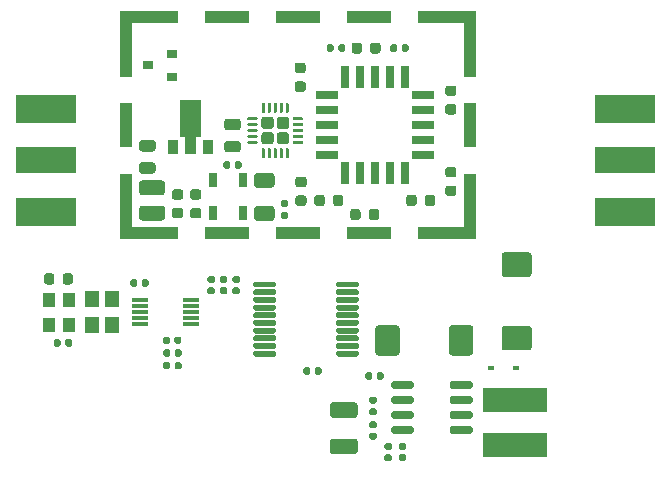
<source format=gbr>
%TF.GenerationSoftware,KiCad,Pcbnew,(5.1.6-0-10_14)*%
%TF.CreationDate,2021-02-23T09:24:48-06:00*%
%TF.ProjectId,MBFrontEnd,4d424672-6f6e-4744-956e-642e6b696361,rev?*%
%TF.SameCoordinates,Original*%
%TF.FileFunction,Paste,Top*%
%TF.FilePolarity,Positive*%
%FSLAX46Y46*%
G04 Gerber Fmt 4.6, Leading zero omitted, Abs format (unit mm)*
G04 Created by KiCad (PCBNEW (5.1.6-0-10_14)) date 2021-02-23 09:24:48*
%MOMM*%
%LPD*%
G01*
G04 APERTURE LIST*
%ADD10R,1.000000X4.550000*%
%ADD11R,1.000000X3.800000*%
%ADD12R,3.980000X1.000000*%
%ADD13R,3.800000X1.000000*%
%ADD14R,1.000000X1.000000*%
%ADD15R,0.762000X1.270000*%
%ADD16R,0.600000X0.450000*%
%ADD17R,0.700000X1.925000*%
%ADD18R,1.925000X0.700000*%
%ADD19R,1.400000X0.300000*%
%ADD20R,5.080000X2.290000*%
%ADD21R,5.080000X2.420000*%
%ADD22R,1.200000X1.400000*%
%ADD23R,5.511800X2.159000*%
%ADD24R,0.900000X0.800000*%
%ADD25R,0.900000X1.300000*%
%ADD26C,0.100000*%
%ADD27R,1.100000X1.300000*%
G04 APERTURE END LIST*
D10*
%TO.C,REF\u002A\u002A*%
X93910000Y-125415000D03*
X64750000Y-125415000D03*
D11*
X93910000Y-119040000D03*
X64750000Y-119040000D03*
D10*
X93910000Y-112665000D03*
X64750000Y-112665000D03*
D12*
X91420000Y-128190000D03*
X91420000Y-109890000D03*
D13*
X85330000Y-128190000D03*
X85330000Y-109890000D03*
X79330000Y-128190000D03*
X79330000Y-109890000D03*
X73330000Y-128190000D03*
X73330000Y-109890000D03*
D12*
X67240000Y-128190000D03*
X67240000Y-109890000D03*
D14*
X64750000Y-128190000D03*
X93910000Y-128190000D03*
X93910000Y-109890000D03*
X64750000Y-109890000D03*
%TD*%
D15*
%TO.C,L2*%
X72120000Y-126497000D03*
X74660000Y-126497000D03*
X74660000Y-123703000D03*
X72120000Y-123703000D03*
%TD*%
D16*
%TO.C,D2*%
X95700000Y-139600000D03*
X97800000Y-139600000D03*
%TD*%
%TO.C,R8*%
G36*
G01*
X85497500Y-144110000D02*
X85842500Y-144110000D01*
G75*
G02*
X85990000Y-144257500I0J-147500D01*
G01*
X85990000Y-144552500D01*
G75*
G02*
X85842500Y-144700000I-147500J0D01*
G01*
X85497500Y-144700000D01*
G75*
G02*
X85350000Y-144552500I0J147500D01*
G01*
X85350000Y-144257500D01*
G75*
G02*
X85497500Y-144110000I147500J0D01*
G01*
G37*
G36*
G01*
X85497500Y-145080000D02*
X85842500Y-145080000D01*
G75*
G02*
X85990000Y-145227500I0J-147500D01*
G01*
X85990000Y-145522500D01*
G75*
G02*
X85842500Y-145670000I-147500J0D01*
G01*
X85497500Y-145670000D01*
G75*
G02*
X85350000Y-145522500I0J147500D01*
G01*
X85350000Y-145227500D01*
G75*
G02*
X85497500Y-145080000I147500J0D01*
G01*
G37*
%TD*%
%TO.C,R7*%
G36*
G01*
X85832500Y-142610000D02*
X85487500Y-142610000D01*
G75*
G02*
X85340000Y-142462500I0J147500D01*
G01*
X85340000Y-142167500D01*
G75*
G02*
X85487500Y-142020000I147500J0D01*
G01*
X85832500Y-142020000D01*
G75*
G02*
X85980000Y-142167500I0J-147500D01*
G01*
X85980000Y-142462500D01*
G75*
G02*
X85832500Y-142610000I-147500J0D01*
G01*
G37*
G36*
G01*
X85832500Y-143580000D02*
X85487500Y-143580000D01*
G75*
G02*
X85340000Y-143432500I0J147500D01*
G01*
X85340000Y-143137500D01*
G75*
G02*
X85487500Y-142990000I147500J0D01*
G01*
X85832500Y-142990000D01*
G75*
G02*
X85980000Y-143137500I0J-147500D01*
G01*
X85980000Y-143432500D01*
G75*
G02*
X85832500Y-143580000I-147500J0D01*
G01*
G37*
%TD*%
%TO.C,R6*%
G36*
G01*
X85020000Y-140432500D02*
X85020000Y-140087500D01*
G75*
G02*
X85167500Y-139940000I147500J0D01*
G01*
X85462500Y-139940000D01*
G75*
G02*
X85610000Y-140087500I0J-147500D01*
G01*
X85610000Y-140432500D01*
G75*
G02*
X85462500Y-140580000I-147500J0D01*
G01*
X85167500Y-140580000D01*
G75*
G02*
X85020000Y-140432500I0J147500D01*
G01*
G37*
G36*
G01*
X85990000Y-140432500D02*
X85990000Y-140087500D01*
G75*
G02*
X86137500Y-139940000I147500J0D01*
G01*
X86432500Y-139940000D01*
G75*
G02*
X86580000Y-140087500I0J-147500D01*
G01*
X86580000Y-140432500D01*
G75*
G02*
X86432500Y-140580000I-147500J0D01*
G01*
X86137500Y-140580000D01*
G75*
G02*
X85990000Y-140432500I0J147500D01*
G01*
G37*
%TD*%
D17*
%TO.C,U3*%
X85860000Y-114927500D03*
X84590000Y-114927500D03*
X83320000Y-114927500D03*
X87130000Y-114927500D03*
X88400000Y-114927500D03*
D18*
X81807500Y-116440000D03*
X81807500Y-117710000D03*
X81807500Y-118980000D03*
X81807500Y-120250000D03*
X81807500Y-121520000D03*
D17*
X83320000Y-123032500D03*
X84590000Y-123032500D03*
X85860000Y-123032500D03*
X87130000Y-123032500D03*
X88400000Y-123032500D03*
D18*
X89912500Y-121520000D03*
X89912500Y-120250000D03*
X89912500Y-118980000D03*
X89912500Y-117710000D03*
X89912500Y-116440000D03*
%TD*%
D19*
%TO.C,U4*%
X65900000Y-133840000D03*
X65900000Y-134340000D03*
X65900000Y-134840000D03*
X65900000Y-135340000D03*
X65900000Y-135840000D03*
X70300000Y-135840000D03*
X70300000Y-135340000D03*
X70300000Y-134840000D03*
X70300000Y-134340000D03*
X70300000Y-133840000D03*
%TD*%
%TO.C,C8*%
G36*
G01*
X83320000Y-112327500D02*
X83320000Y-112672500D01*
G75*
G02*
X83172500Y-112820000I-147500J0D01*
G01*
X82877500Y-112820000D01*
G75*
G02*
X82730000Y-112672500I0J147500D01*
G01*
X82730000Y-112327500D01*
G75*
G02*
X82877500Y-112180000I147500J0D01*
G01*
X83172500Y-112180000D01*
G75*
G02*
X83320000Y-112327500I0J-147500D01*
G01*
G37*
G36*
G01*
X82350000Y-112327500D02*
X82350000Y-112672500D01*
G75*
G02*
X82202500Y-112820000I-147500J0D01*
G01*
X81907500Y-112820000D01*
G75*
G02*
X81760000Y-112672500I0J147500D01*
G01*
X81760000Y-112327500D01*
G75*
G02*
X81907500Y-112180000I147500J0D01*
G01*
X82202500Y-112180000D01*
G75*
G02*
X82350000Y-112327500I0J-147500D01*
G01*
G37*
%TD*%
%TO.C,C9*%
G36*
G01*
X88680000Y-112327500D02*
X88680000Y-112672500D01*
G75*
G02*
X88532500Y-112820000I-147500J0D01*
G01*
X88237500Y-112820000D01*
G75*
G02*
X88090000Y-112672500I0J147500D01*
G01*
X88090000Y-112327500D01*
G75*
G02*
X88237500Y-112180000I147500J0D01*
G01*
X88532500Y-112180000D01*
G75*
G02*
X88680000Y-112327500I0J-147500D01*
G01*
G37*
G36*
G01*
X87710000Y-112327500D02*
X87710000Y-112672500D01*
G75*
G02*
X87562500Y-112820000I-147500J0D01*
G01*
X87267500Y-112820000D01*
G75*
G02*
X87120000Y-112672500I0J147500D01*
G01*
X87120000Y-112327500D01*
G75*
G02*
X87267500Y-112180000I147500J0D01*
G01*
X87562500Y-112180000D01*
G75*
G02*
X87710000Y-112327500I0J-147500D01*
G01*
G37*
%TD*%
D20*
%TO.C,J1*%
X57980000Y-122000000D03*
D21*
X57980000Y-117620000D03*
X57980000Y-126380000D03*
%TD*%
%TO.C,J2*%
X106970000Y-117620000D03*
X106970000Y-126380000D03*
D20*
X106970000Y-122000000D03*
%TD*%
%TO.C,U6*%
G36*
G01*
X87200000Y-141175000D02*
X87200000Y-140875000D01*
G75*
G02*
X87350000Y-140725000I150000J0D01*
G01*
X89000000Y-140725000D01*
G75*
G02*
X89150000Y-140875000I0J-150000D01*
G01*
X89150000Y-141175000D01*
G75*
G02*
X89000000Y-141325000I-150000J0D01*
G01*
X87350000Y-141325000D01*
G75*
G02*
X87200000Y-141175000I0J150000D01*
G01*
G37*
G36*
G01*
X87200000Y-142445000D02*
X87200000Y-142145000D01*
G75*
G02*
X87350000Y-141995000I150000J0D01*
G01*
X89000000Y-141995000D01*
G75*
G02*
X89150000Y-142145000I0J-150000D01*
G01*
X89150000Y-142445000D01*
G75*
G02*
X89000000Y-142595000I-150000J0D01*
G01*
X87350000Y-142595000D01*
G75*
G02*
X87200000Y-142445000I0J150000D01*
G01*
G37*
G36*
G01*
X87200000Y-143715000D02*
X87200000Y-143415000D01*
G75*
G02*
X87350000Y-143265000I150000J0D01*
G01*
X89000000Y-143265000D01*
G75*
G02*
X89150000Y-143415000I0J-150000D01*
G01*
X89150000Y-143715000D01*
G75*
G02*
X89000000Y-143865000I-150000J0D01*
G01*
X87350000Y-143865000D01*
G75*
G02*
X87200000Y-143715000I0J150000D01*
G01*
G37*
G36*
G01*
X87200000Y-144985000D02*
X87200000Y-144685000D01*
G75*
G02*
X87350000Y-144535000I150000J0D01*
G01*
X89000000Y-144535000D01*
G75*
G02*
X89150000Y-144685000I0J-150000D01*
G01*
X89150000Y-144985000D01*
G75*
G02*
X89000000Y-145135000I-150000J0D01*
G01*
X87350000Y-145135000D01*
G75*
G02*
X87200000Y-144985000I0J150000D01*
G01*
G37*
G36*
G01*
X92150000Y-144985000D02*
X92150000Y-144685000D01*
G75*
G02*
X92300000Y-144535000I150000J0D01*
G01*
X93950000Y-144535000D01*
G75*
G02*
X94100000Y-144685000I0J-150000D01*
G01*
X94100000Y-144985000D01*
G75*
G02*
X93950000Y-145135000I-150000J0D01*
G01*
X92300000Y-145135000D01*
G75*
G02*
X92150000Y-144985000I0J150000D01*
G01*
G37*
G36*
G01*
X92150000Y-143715000D02*
X92150000Y-143415000D01*
G75*
G02*
X92300000Y-143265000I150000J0D01*
G01*
X93950000Y-143265000D01*
G75*
G02*
X94100000Y-143415000I0J-150000D01*
G01*
X94100000Y-143715000D01*
G75*
G02*
X93950000Y-143865000I-150000J0D01*
G01*
X92300000Y-143865000D01*
G75*
G02*
X92150000Y-143715000I0J150000D01*
G01*
G37*
G36*
G01*
X92150000Y-142445000D02*
X92150000Y-142145000D01*
G75*
G02*
X92300000Y-141995000I150000J0D01*
G01*
X93950000Y-141995000D01*
G75*
G02*
X94100000Y-142145000I0J-150000D01*
G01*
X94100000Y-142445000D01*
G75*
G02*
X93950000Y-142595000I-150000J0D01*
G01*
X92300000Y-142595000D01*
G75*
G02*
X92150000Y-142445000I0J150000D01*
G01*
G37*
G36*
G01*
X92150000Y-141175000D02*
X92150000Y-140875000D01*
G75*
G02*
X92300000Y-140725000I150000J0D01*
G01*
X93950000Y-140725000D01*
G75*
G02*
X94100000Y-140875000I0J-150000D01*
G01*
X94100000Y-141175000D01*
G75*
G02*
X93950000Y-141325000I-150000J0D01*
G01*
X92300000Y-141325000D01*
G75*
G02*
X92150000Y-141175000I0J150000D01*
G01*
G37*
%TD*%
%TO.C,C14*%
G36*
G01*
X66080000Y-132562500D02*
X66080000Y-132217500D01*
G75*
G02*
X66227500Y-132070000I147500J0D01*
G01*
X66522500Y-132070000D01*
G75*
G02*
X66670000Y-132217500I0J-147500D01*
G01*
X66670000Y-132562500D01*
G75*
G02*
X66522500Y-132710000I-147500J0D01*
G01*
X66227500Y-132710000D01*
G75*
G02*
X66080000Y-132562500I0J147500D01*
G01*
G37*
G36*
G01*
X65110000Y-132562500D02*
X65110000Y-132217500D01*
G75*
G02*
X65257500Y-132070000I147500J0D01*
G01*
X65552500Y-132070000D01*
G75*
G02*
X65700000Y-132217500I0J-147500D01*
G01*
X65700000Y-132562500D01*
G75*
G02*
X65552500Y-132710000I-147500J0D01*
G01*
X65257500Y-132710000D01*
G75*
G02*
X65110000Y-132562500I0J147500D01*
G01*
G37*
%TD*%
%TO.C,C15*%
G36*
G01*
X67890000Y-137412500D02*
X67890000Y-137067500D01*
G75*
G02*
X68037500Y-136920000I147500J0D01*
G01*
X68332500Y-136920000D01*
G75*
G02*
X68480000Y-137067500I0J-147500D01*
G01*
X68480000Y-137412500D01*
G75*
G02*
X68332500Y-137560000I-147500J0D01*
G01*
X68037500Y-137560000D01*
G75*
G02*
X67890000Y-137412500I0J147500D01*
G01*
G37*
G36*
G01*
X68860000Y-137412500D02*
X68860000Y-137067500D01*
G75*
G02*
X69007500Y-136920000I147500J0D01*
G01*
X69302500Y-136920000D01*
G75*
G02*
X69450000Y-137067500I0J-147500D01*
G01*
X69450000Y-137412500D01*
G75*
G02*
X69302500Y-137560000I-147500J0D01*
G01*
X69007500Y-137560000D01*
G75*
G02*
X68860000Y-137412500I0J147500D01*
G01*
G37*
%TD*%
%TO.C,C17*%
G36*
G01*
X82274999Y-142480000D02*
X84125001Y-142480000D01*
G75*
G02*
X84375000Y-142729999I0J-249999D01*
G01*
X84375000Y-143555001D01*
G75*
G02*
X84125001Y-143805000I-249999J0D01*
G01*
X82274999Y-143805000D01*
G75*
G02*
X82025000Y-143555001I0J249999D01*
G01*
X82025000Y-142729999D01*
G75*
G02*
X82274999Y-142480000I249999J0D01*
G01*
G37*
G36*
G01*
X82274999Y-145555000D02*
X84125001Y-145555000D01*
G75*
G02*
X84375000Y-145804999I0J-249999D01*
G01*
X84375000Y-146630001D01*
G75*
G02*
X84125001Y-146880000I-249999J0D01*
G01*
X82274999Y-146880000D01*
G75*
G02*
X82025000Y-146630001I0J249999D01*
G01*
X82025000Y-145804999D01*
G75*
G02*
X82274999Y-145555000I249999J0D01*
G01*
G37*
%TD*%
%TO.C,R4*%
G36*
G01*
X68870000Y-138492500D02*
X68870000Y-138147500D01*
G75*
G02*
X69017500Y-138000000I147500J0D01*
G01*
X69312500Y-138000000D01*
G75*
G02*
X69460000Y-138147500I0J-147500D01*
G01*
X69460000Y-138492500D01*
G75*
G02*
X69312500Y-138640000I-147500J0D01*
G01*
X69017500Y-138640000D01*
G75*
G02*
X68870000Y-138492500I0J147500D01*
G01*
G37*
G36*
G01*
X67900000Y-138492500D02*
X67900000Y-138147500D01*
G75*
G02*
X68047500Y-138000000I147500J0D01*
G01*
X68342500Y-138000000D01*
G75*
G02*
X68490000Y-138147500I0J-147500D01*
G01*
X68490000Y-138492500D01*
G75*
G02*
X68342500Y-138640000I-147500J0D01*
G01*
X68047500Y-138640000D01*
G75*
G02*
X67900000Y-138492500I0J147500D01*
G01*
G37*
%TD*%
%TO.C,R5*%
G36*
G01*
X67900000Y-139552500D02*
X67900000Y-139207500D01*
G75*
G02*
X68047500Y-139060000I147500J0D01*
G01*
X68342500Y-139060000D01*
G75*
G02*
X68490000Y-139207500I0J-147500D01*
G01*
X68490000Y-139552500D01*
G75*
G02*
X68342500Y-139700000I-147500J0D01*
G01*
X68047500Y-139700000D01*
G75*
G02*
X67900000Y-139552500I0J147500D01*
G01*
G37*
G36*
G01*
X68870000Y-139552500D02*
X68870000Y-139207500D01*
G75*
G02*
X69017500Y-139060000I147500J0D01*
G01*
X69312500Y-139060000D01*
G75*
G02*
X69460000Y-139207500I0J-147500D01*
G01*
X69460000Y-139552500D01*
G75*
G02*
X69312500Y-139700000I-147500J0D01*
G01*
X69017500Y-139700000D01*
G75*
G02*
X68870000Y-139552500I0J147500D01*
G01*
G37*
%TD*%
D22*
%TO.C,Y1*%
X61870000Y-133740000D03*
X61870000Y-135940000D03*
X63570000Y-135940000D03*
X63570000Y-133740000D03*
%TD*%
%TO.C,R3*%
G36*
G01*
X83735000Y-126846250D02*
X83735000Y-126333750D01*
G75*
G02*
X83953750Y-126115000I218750J0D01*
G01*
X84391250Y-126115000D01*
G75*
G02*
X84610000Y-126333750I0J-218750D01*
G01*
X84610000Y-126846250D01*
G75*
G02*
X84391250Y-127065000I-218750J0D01*
G01*
X83953750Y-127065000D01*
G75*
G02*
X83735000Y-126846250I0J218750D01*
G01*
G37*
G36*
G01*
X85310000Y-126846250D02*
X85310000Y-126333750D01*
G75*
G02*
X85528750Y-126115000I218750J0D01*
G01*
X85966250Y-126115000D01*
G75*
G02*
X86185000Y-126333750I0J-218750D01*
G01*
X86185000Y-126846250D01*
G75*
G02*
X85966250Y-127065000I-218750J0D01*
G01*
X85528750Y-127065000D01*
G75*
G02*
X85310000Y-126846250I0J218750D01*
G01*
G37*
%TD*%
%TO.C,R2*%
G36*
G01*
X92516250Y-118125000D02*
X92003750Y-118125000D01*
G75*
G02*
X91785000Y-117906250I0J218750D01*
G01*
X91785000Y-117468750D01*
G75*
G02*
X92003750Y-117250000I218750J0D01*
G01*
X92516250Y-117250000D01*
G75*
G02*
X92735000Y-117468750I0J-218750D01*
G01*
X92735000Y-117906250D01*
G75*
G02*
X92516250Y-118125000I-218750J0D01*
G01*
G37*
G36*
G01*
X92516250Y-116550000D02*
X92003750Y-116550000D01*
G75*
G02*
X91785000Y-116331250I0J218750D01*
G01*
X91785000Y-115893750D01*
G75*
G02*
X92003750Y-115675000I218750J0D01*
G01*
X92516250Y-115675000D01*
G75*
G02*
X92735000Y-115893750I0J-218750D01*
G01*
X92735000Y-116331250D01*
G75*
G02*
X92516250Y-116550000I-218750J0D01*
G01*
G37*
%TD*%
%TO.C,C18*%
G36*
G01*
X87997500Y-145920000D02*
X88342500Y-145920000D01*
G75*
G02*
X88490000Y-146067500I0J-147500D01*
G01*
X88490000Y-146362500D01*
G75*
G02*
X88342500Y-146510000I-147500J0D01*
G01*
X87997500Y-146510000D01*
G75*
G02*
X87850000Y-146362500I0J147500D01*
G01*
X87850000Y-146067500D01*
G75*
G02*
X87997500Y-145920000I147500J0D01*
G01*
G37*
G36*
G01*
X87997500Y-146890000D02*
X88342500Y-146890000D01*
G75*
G02*
X88490000Y-147037500I0J-147500D01*
G01*
X88490000Y-147332500D01*
G75*
G02*
X88342500Y-147480000I-147500J0D01*
G01*
X87997500Y-147480000D01*
G75*
G02*
X87850000Y-147332500I0J147500D01*
G01*
X87850000Y-147037500D01*
G75*
G02*
X87997500Y-146890000I147500J0D01*
G01*
G37*
%TD*%
%TO.C,C16*%
G36*
G01*
X86787500Y-145920000D02*
X87132500Y-145920000D01*
G75*
G02*
X87280000Y-146067500I0J-147500D01*
G01*
X87280000Y-146362500D01*
G75*
G02*
X87132500Y-146510000I-147500J0D01*
G01*
X86787500Y-146510000D01*
G75*
G02*
X86640000Y-146362500I0J147500D01*
G01*
X86640000Y-146067500D01*
G75*
G02*
X86787500Y-145920000I147500J0D01*
G01*
G37*
G36*
G01*
X86787500Y-146890000D02*
X87132500Y-146890000D01*
G75*
G02*
X87280000Y-147037500I0J-147500D01*
G01*
X87280000Y-147332500D01*
G75*
G02*
X87132500Y-147480000I-147500J0D01*
G01*
X86787500Y-147480000D01*
G75*
G02*
X86640000Y-147332500I0J147500D01*
G01*
X86640000Y-147037500D01*
G75*
G02*
X86787500Y-146890000I147500J0D01*
G01*
G37*
%TD*%
%TO.C,C19*%
G36*
G01*
X94160000Y-136225000D02*
X94160000Y-138275000D01*
G75*
G02*
X93910000Y-138525000I-250000J0D01*
G01*
X92335000Y-138525000D01*
G75*
G02*
X92085000Y-138275000I0J250000D01*
G01*
X92085000Y-136225000D01*
G75*
G02*
X92335000Y-135975000I250000J0D01*
G01*
X93910000Y-135975000D01*
G75*
G02*
X94160000Y-136225000I0J-250000D01*
G01*
G37*
G36*
G01*
X87935000Y-136225000D02*
X87935000Y-138275000D01*
G75*
G02*
X87685000Y-138525000I-250000J0D01*
G01*
X86110000Y-138525000D01*
G75*
G02*
X85860000Y-138275000I0J250000D01*
G01*
X85860000Y-136225000D01*
G75*
G02*
X86110000Y-135975000I250000J0D01*
G01*
X87685000Y-135975000D01*
G75*
G02*
X87935000Y-136225000I0J-250000D01*
G01*
G37*
%TD*%
%TO.C,C20*%
G36*
G01*
X96805000Y-136025000D02*
X98855000Y-136025000D01*
G75*
G02*
X99105000Y-136275000I0J-250000D01*
G01*
X99105000Y-137850000D01*
G75*
G02*
X98855000Y-138100000I-250000J0D01*
G01*
X96805000Y-138100000D01*
G75*
G02*
X96555000Y-137850000I0J250000D01*
G01*
X96555000Y-136275000D01*
G75*
G02*
X96805000Y-136025000I250000J0D01*
G01*
G37*
G36*
G01*
X96805000Y-129800000D02*
X98855000Y-129800000D01*
G75*
G02*
X99105000Y-130050000I0J-250000D01*
G01*
X99105000Y-131625000D01*
G75*
G02*
X98855000Y-131875000I-250000J0D01*
G01*
X96805000Y-131875000D01*
G75*
G02*
X96555000Y-131625000I0J250000D01*
G01*
X96555000Y-130050000D01*
G75*
G02*
X96805000Y-129800000I250000J0D01*
G01*
G37*
%TD*%
D23*
%TO.C,L3*%
X97730000Y-142265000D03*
X97730000Y-146115000D03*
%TD*%
%TO.C,C12*%
G36*
G01*
X88485000Y-125656250D02*
X88485000Y-125143750D01*
G75*
G02*
X88703750Y-124925000I218750J0D01*
G01*
X89141250Y-124925000D01*
G75*
G02*
X89360000Y-125143750I0J-218750D01*
G01*
X89360000Y-125656250D01*
G75*
G02*
X89141250Y-125875000I-218750J0D01*
G01*
X88703750Y-125875000D01*
G75*
G02*
X88485000Y-125656250I0J218750D01*
G01*
G37*
G36*
G01*
X90060000Y-125656250D02*
X90060000Y-125143750D01*
G75*
G02*
X90278750Y-124925000I218750J0D01*
G01*
X90716250Y-124925000D01*
G75*
G02*
X90935000Y-125143750I0J-218750D01*
G01*
X90935000Y-125656250D01*
G75*
G02*
X90716250Y-125875000I-218750J0D01*
G01*
X90278750Y-125875000D01*
G75*
G02*
X90060000Y-125656250I0J218750D01*
G01*
G37*
%TD*%
%TO.C,C11*%
G36*
G01*
X83165000Y-125143750D02*
X83165000Y-125656250D01*
G75*
G02*
X82946250Y-125875000I-218750J0D01*
G01*
X82508750Y-125875000D01*
G75*
G02*
X82290000Y-125656250I0J218750D01*
G01*
X82290000Y-125143750D01*
G75*
G02*
X82508750Y-124925000I218750J0D01*
G01*
X82946250Y-124925000D01*
G75*
G02*
X83165000Y-125143750I0J-218750D01*
G01*
G37*
G36*
G01*
X81590000Y-125143750D02*
X81590000Y-125656250D01*
G75*
G02*
X81371250Y-125875000I-218750J0D01*
G01*
X80933750Y-125875000D01*
G75*
G02*
X80715000Y-125656250I0J218750D01*
G01*
X80715000Y-125143750D01*
G75*
G02*
X80933750Y-124925000I218750J0D01*
G01*
X81371250Y-124925000D01*
G75*
G02*
X81590000Y-125143750I0J-218750D01*
G01*
G37*
%TD*%
%TO.C,C10*%
G36*
G01*
X83855000Y-112756250D02*
X83855000Y-112243750D01*
G75*
G02*
X84073750Y-112025000I218750J0D01*
G01*
X84511250Y-112025000D01*
G75*
G02*
X84730000Y-112243750I0J-218750D01*
G01*
X84730000Y-112756250D01*
G75*
G02*
X84511250Y-112975000I-218750J0D01*
G01*
X84073750Y-112975000D01*
G75*
G02*
X83855000Y-112756250I0J218750D01*
G01*
G37*
G36*
G01*
X85430000Y-112756250D02*
X85430000Y-112243750D01*
G75*
G02*
X85648750Y-112025000I218750J0D01*
G01*
X86086250Y-112025000D01*
G75*
G02*
X86305000Y-112243750I0J-218750D01*
G01*
X86305000Y-112756250D01*
G75*
G02*
X86086250Y-112975000I-218750J0D01*
G01*
X85648750Y-112975000D01*
G75*
G02*
X85430000Y-112756250I0J218750D01*
G01*
G37*
%TD*%
%TO.C,C6*%
G36*
G01*
X79756250Y-114620000D02*
X79243750Y-114620000D01*
G75*
G02*
X79025000Y-114401250I0J218750D01*
G01*
X79025000Y-113963750D01*
G75*
G02*
X79243750Y-113745000I218750J0D01*
G01*
X79756250Y-113745000D01*
G75*
G02*
X79975000Y-113963750I0J-218750D01*
G01*
X79975000Y-114401250D01*
G75*
G02*
X79756250Y-114620000I-218750J0D01*
G01*
G37*
G36*
G01*
X79756250Y-116195000D02*
X79243750Y-116195000D01*
G75*
G02*
X79025000Y-115976250I0J218750D01*
G01*
X79025000Y-115538750D01*
G75*
G02*
X79243750Y-115320000I218750J0D01*
G01*
X79756250Y-115320000D01*
G75*
G02*
X79975000Y-115538750I0J-218750D01*
G01*
X79975000Y-115976250D01*
G75*
G02*
X79756250Y-116195000I-218750J0D01*
G01*
G37*
%TD*%
%TO.C,C7*%
G36*
G01*
X79313750Y-123395000D02*
X79826250Y-123395000D01*
G75*
G02*
X80045000Y-123613750I0J-218750D01*
G01*
X80045000Y-124051250D01*
G75*
G02*
X79826250Y-124270000I-218750J0D01*
G01*
X79313750Y-124270000D01*
G75*
G02*
X79095000Y-124051250I0J218750D01*
G01*
X79095000Y-123613750D01*
G75*
G02*
X79313750Y-123395000I218750J0D01*
G01*
G37*
G36*
G01*
X79313750Y-124970000D02*
X79826250Y-124970000D01*
G75*
G02*
X80045000Y-125188750I0J-218750D01*
G01*
X80045000Y-125626250D01*
G75*
G02*
X79826250Y-125845000I-218750J0D01*
G01*
X79313750Y-125845000D01*
G75*
G02*
X79095000Y-125626250I0J218750D01*
G01*
X79095000Y-125188750D01*
G75*
G02*
X79313750Y-124970000I218750J0D01*
G01*
G37*
%TD*%
%TO.C,C13*%
G36*
G01*
X92003750Y-124140000D02*
X92516250Y-124140000D01*
G75*
G02*
X92735000Y-124358750I0J-218750D01*
G01*
X92735000Y-124796250D01*
G75*
G02*
X92516250Y-125015000I-218750J0D01*
G01*
X92003750Y-125015000D01*
G75*
G02*
X91785000Y-124796250I0J218750D01*
G01*
X91785000Y-124358750D01*
G75*
G02*
X92003750Y-124140000I218750J0D01*
G01*
G37*
G36*
G01*
X92003750Y-122565000D02*
X92516250Y-122565000D01*
G75*
G02*
X92735000Y-122783750I0J-218750D01*
G01*
X92735000Y-123221250D01*
G75*
G02*
X92516250Y-123440000I-218750J0D01*
G01*
X92003750Y-123440000D01*
G75*
G02*
X91785000Y-123221250I0J218750D01*
G01*
X91785000Y-122783750D01*
G75*
G02*
X92003750Y-122565000I218750J0D01*
G01*
G37*
%TD*%
%TO.C,C1*%
G36*
G01*
X66113750Y-122160000D02*
X67026250Y-122160000D01*
G75*
G02*
X67270000Y-122403750I0J-243750D01*
G01*
X67270000Y-122891250D01*
G75*
G02*
X67026250Y-123135000I-243750J0D01*
G01*
X66113750Y-123135000D01*
G75*
G02*
X65870000Y-122891250I0J243750D01*
G01*
X65870000Y-122403750D01*
G75*
G02*
X66113750Y-122160000I243750J0D01*
G01*
G37*
G36*
G01*
X66113750Y-120285000D02*
X67026250Y-120285000D01*
G75*
G02*
X67270000Y-120528750I0J-243750D01*
G01*
X67270000Y-121016250D01*
G75*
G02*
X67026250Y-121260000I-243750J0D01*
G01*
X66113750Y-121260000D01*
G75*
G02*
X65870000Y-121016250I0J243750D01*
G01*
X65870000Y-120528750D01*
G75*
G02*
X66113750Y-120285000I243750J0D01*
G01*
G37*
%TD*%
%TO.C,C2*%
G36*
G01*
X70916250Y-126912500D02*
X70403750Y-126912500D01*
G75*
G02*
X70185000Y-126693750I0J218750D01*
G01*
X70185000Y-126256250D01*
G75*
G02*
X70403750Y-126037500I218750J0D01*
G01*
X70916250Y-126037500D01*
G75*
G02*
X71135000Y-126256250I0J-218750D01*
G01*
X71135000Y-126693750D01*
G75*
G02*
X70916250Y-126912500I-218750J0D01*
G01*
G37*
G36*
G01*
X70916250Y-125337500D02*
X70403750Y-125337500D01*
G75*
G02*
X70185000Y-125118750I0J218750D01*
G01*
X70185000Y-124681250D01*
G75*
G02*
X70403750Y-124462500I218750J0D01*
G01*
X70916250Y-124462500D01*
G75*
G02*
X71135000Y-124681250I0J-218750D01*
G01*
X71135000Y-125118750D01*
G75*
G02*
X70916250Y-125337500I-218750J0D01*
G01*
G37*
%TD*%
%TO.C,C3*%
G36*
G01*
X73313750Y-118485000D02*
X74226250Y-118485000D01*
G75*
G02*
X74470000Y-118728750I0J-243750D01*
G01*
X74470000Y-119216250D01*
G75*
G02*
X74226250Y-119460000I-243750J0D01*
G01*
X73313750Y-119460000D01*
G75*
G02*
X73070000Y-119216250I0J243750D01*
G01*
X73070000Y-118728750D01*
G75*
G02*
X73313750Y-118485000I243750J0D01*
G01*
G37*
G36*
G01*
X73313750Y-120360000D02*
X74226250Y-120360000D01*
G75*
G02*
X74470000Y-120603750I0J-243750D01*
G01*
X74470000Y-121091250D01*
G75*
G02*
X74226250Y-121335000I-243750J0D01*
G01*
X73313750Y-121335000D01*
G75*
G02*
X73070000Y-121091250I0J243750D01*
G01*
X73070000Y-120603750D01*
G75*
G02*
X73313750Y-120360000I243750J0D01*
G01*
G37*
%TD*%
%TO.C,C4*%
G36*
G01*
X77095000Y-124325000D02*
X75845000Y-124325000D01*
G75*
G02*
X75595000Y-124075000I0J250000D01*
G01*
X75595000Y-123325000D01*
G75*
G02*
X75845000Y-123075000I250000J0D01*
G01*
X77095000Y-123075000D01*
G75*
G02*
X77345000Y-123325000I0J-250000D01*
G01*
X77345000Y-124075000D01*
G75*
G02*
X77095000Y-124325000I-250000J0D01*
G01*
G37*
G36*
G01*
X77095000Y-127125000D02*
X75845000Y-127125000D01*
G75*
G02*
X75595000Y-126875000I0J250000D01*
G01*
X75595000Y-126125000D01*
G75*
G02*
X75845000Y-125875000I250000J0D01*
G01*
X77095000Y-125875000D01*
G75*
G02*
X77345000Y-126125000I0J-250000D01*
G01*
X77345000Y-126875000D01*
G75*
G02*
X77095000Y-127125000I-250000J0D01*
G01*
G37*
%TD*%
D24*
%TO.C,D1*%
X68620000Y-114920000D03*
X68620000Y-113020000D03*
X66620000Y-113970000D03*
%TD*%
%TO.C,L1*%
G36*
G01*
X66110000Y-123700000D02*
X67810000Y-123700000D01*
G75*
G02*
X68060000Y-123950000I0J-250000D01*
G01*
X68060000Y-124700000D01*
G75*
G02*
X67810000Y-124950000I-250000J0D01*
G01*
X66110000Y-124950000D01*
G75*
G02*
X65860000Y-124700000I0J250000D01*
G01*
X65860000Y-123950000D01*
G75*
G02*
X66110000Y-123700000I250000J0D01*
G01*
G37*
G36*
G01*
X66110000Y-125850000D02*
X67810000Y-125850000D01*
G75*
G02*
X68060000Y-126100000I0J-250000D01*
G01*
X68060000Y-126850000D01*
G75*
G02*
X67810000Y-127100000I-250000J0D01*
G01*
X66110000Y-127100000D01*
G75*
G02*
X65860000Y-126850000I0J250000D01*
G01*
X65860000Y-126100000D01*
G75*
G02*
X66110000Y-125850000I250000J0D01*
G01*
G37*
%TD*%
%TO.C,R1*%
G36*
G01*
X69376250Y-126912500D02*
X68863750Y-126912500D01*
G75*
G02*
X68645000Y-126693750I0J218750D01*
G01*
X68645000Y-126256250D01*
G75*
G02*
X68863750Y-126037500I218750J0D01*
G01*
X69376250Y-126037500D01*
G75*
G02*
X69595000Y-126256250I0J-218750D01*
G01*
X69595000Y-126693750D01*
G75*
G02*
X69376250Y-126912500I-218750J0D01*
G01*
G37*
G36*
G01*
X69376250Y-125337500D02*
X68863750Y-125337500D01*
G75*
G02*
X68645000Y-125118750I0J218750D01*
G01*
X68645000Y-124681250D01*
G75*
G02*
X68863750Y-124462500I218750J0D01*
G01*
X69376250Y-124462500D01*
G75*
G02*
X69595000Y-124681250I0J-218750D01*
G01*
X69595000Y-125118750D01*
G75*
G02*
X69376250Y-125337500I-218750J0D01*
G01*
G37*
%TD*%
D25*
%TO.C,U1*%
X68700000Y-120830000D03*
X71700000Y-120830000D03*
D26*
G36*
X71066500Y-116880000D02*
G01*
X71066500Y-120005000D01*
X70650000Y-120005000D01*
X70650000Y-121480000D01*
X69750000Y-121480000D01*
X69750000Y-120005000D01*
X69333500Y-120005000D01*
X69333500Y-116880000D01*
X71066500Y-116880000D01*
G37*
%TD*%
%TO.C,C21*%
G36*
G01*
X57815000Y-132296250D02*
X57815000Y-131783750D01*
G75*
G02*
X58033750Y-131565000I218750J0D01*
G01*
X58471250Y-131565000D01*
G75*
G02*
X58690000Y-131783750I0J-218750D01*
G01*
X58690000Y-132296250D01*
G75*
G02*
X58471250Y-132515000I-218750J0D01*
G01*
X58033750Y-132515000D01*
G75*
G02*
X57815000Y-132296250I0J218750D01*
G01*
G37*
G36*
G01*
X59390000Y-132296250D02*
X59390000Y-131783750D01*
G75*
G02*
X59608750Y-131565000I218750J0D01*
G01*
X60046250Y-131565000D01*
G75*
G02*
X60265000Y-131783750I0J-218750D01*
G01*
X60265000Y-132296250D01*
G75*
G02*
X60046250Y-132515000I-218750J0D01*
G01*
X59608750Y-132515000D01*
G75*
G02*
X59390000Y-132296250I0J218750D01*
G01*
G37*
%TD*%
%TO.C,R9*%
G36*
G01*
X60200000Y-137277500D02*
X60200000Y-137622500D01*
G75*
G02*
X60052500Y-137770000I-147500J0D01*
G01*
X59757500Y-137770000D01*
G75*
G02*
X59610000Y-137622500I0J147500D01*
G01*
X59610000Y-137277500D01*
G75*
G02*
X59757500Y-137130000I147500J0D01*
G01*
X60052500Y-137130000D01*
G75*
G02*
X60200000Y-137277500I0J-147500D01*
G01*
G37*
G36*
G01*
X59230000Y-137277500D02*
X59230000Y-137622500D01*
G75*
G02*
X59082500Y-137770000I-147500J0D01*
G01*
X58787500Y-137770000D01*
G75*
G02*
X58640000Y-137622500I0J147500D01*
G01*
X58640000Y-137277500D01*
G75*
G02*
X58787500Y-137130000I147500J0D01*
G01*
X59082500Y-137130000D01*
G75*
G02*
X59230000Y-137277500I0J-147500D01*
G01*
G37*
%TD*%
D27*
%TO.C,X1*%
X59905000Y-135940000D03*
X59905000Y-133840000D03*
X58255000Y-133840000D03*
X58255000Y-135940000D03*
%TD*%
%TO.C,R10*%
G36*
G01*
X72990000Y-122582500D02*
X72990000Y-122237500D01*
G75*
G02*
X73137500Y-122090000I147500J0D01*
G01*
X73432500Y-122090000D01*
G75*
G02*
X73580000Y-122237500I0J-147500D01*
G01*
X73580000Y-122582500D01*
G75*
G02*
X73432500Y-122730000I-147500J0D01*
G01*
X73137500Y-122730000D01*
G75*
G02*
X72990000Y-122582500I0J147500D01*
G01*
G37*
G36*
G01*
X73960000Y-122582500D02*
X73960000Y-122237500D01*
G75*
G02*
X74107500Y-122090000I147500J0D01*
G01*
X74402500Y-122090000D01*
G75*
G02*
X74550000Y-122237500I0J-147500D01*
G01*
X74550000Y-122582500D01*
G75*
G02*
X74402500Y-122730000I-147500J0D01*
G01*
X74107500Y-122730000D01*
G75*
G02*
X73960000Y-122582500I0J147500D01*
G01*
G37*
%TD*%
%TO.C,U5*%
G36*
G01*
X75550000Y-132640000D02*
X75550000Y-132390000D01*
G75*
G02*
X75675000Y-132265000I125000J0D01*
G01*
X77325000Y-132265000D01*
G75*
G02*
X77450000Y-132390000I0J-125000D01*
G01*
X77450000Y-132640000D01*
G75*
G02*
X77325000Y-132765000I-125000J0D01*
G01*
X75675000Y-132765000D01*
G75*
G02*
X75550000Y-132640000I0J125000D01*
G01*
G37*
G36*
G01*
X75550000Y-133290000D02*
X75550000Y-133040000D01*
G75*
G02*
X75675000Y-132915000I125000J0D01*
G01*
X77325000Y-132915000D01*
G75*
G02*
X77450000Y-133040000I0J-125000D01*
G01*
X77450000Y-133290000D01*
G75*
G02*
X77325000Y-133415000I-125000J0D01*
G01*
X75675000Y-133415000D01*
G75*
G02*
X75550000Y-133290000I0J125000D01*
G01*
G37*
G36*
G01*
X75550000Y-133940000D02*
X75550000Y-133690000D01*
G75*
G02*
X75675000Y-133565000I125000J0D01*
G01*
X77325000Y-133565000D01*
G75*
G02*
X77450000Y-133690000I0J-125000D01*
G01*
X77450000Y-133940000D01*
G75*
G02*
X77325000Y-134065000I-125000J0D01*
G01*
X75675000Y-134065000D01*
G75*
G02*
X75550000Y-133940000I0J125000D01*
G01*
G37*
G36*
G01*
X75550000Y-134590000D02*
X75550000Y-134340000D01*
G75*
G02*
X75675000Y-134215000I125000J0D01*
G01*
X77325000Y-134215000D01*
G75*
G02*
X77450000Y-134340000I0J-125000D01*
G01*
X77450000Y-134590000D01*
G75*
G02*
X77325000Y-134715000I-125000J0D01*
G01*
X75675000Y-134715000D01*
G75*
G02*
X75550000Y-134590000I0J125000D01*
G01*
G37*
G36*
G01*
X75550000Y-135240000D02*
X75550000Y-134990000D01*
G75*
G02*
X75675000Y-134865000I125000J0D01*
G01*
X77325000Y-134865000D01*
G75*
G02*
X77450000Y-134990000I0J-125000D01*
G01*
X77450000Y-135240000D01*
G75*
G02*
X77325000Y-135365000I-125000J0D01*
G01*
X75675000Y-135365000D01*
G75*
G02*
X75550000Y-135240000I0J125000D01*
G01*
G37*
G36*
G01*
X75550000Y-135890000D02*
X75550000Y-135640000D01*
G75*
G02*
X75675000Y-135515000I125000J0D01*
G01*
X77325000Y-135515000D01*
G75*
G02*
X77450000Y-135640000I0J-125000D01*
G01*
X77450000Y-135890000D01*
G75*
G02*
X77325000Y-136015000I-125000J0D01*
G01*
X75675000Y-136015000D01*
G75*
G02*
X75550000Y-135890000I0J125000D01*
G01*
G37*
G36*
G01*
X75550000Y-136540000D02*
X75550000Y-136290000D01*
G75*
G02*
X75675000Y-136165000I125000J0D01*
G01*
X77325000Y-136165000D01*
G75*
G02*
X77450000Y-136290000I0J-125000D01*
G01*
X77450000Y-136540000D01*
G75*
G02*
X77325000Y-136665000I-125000J0D01*
G01*
X75675000Y-136665000D01*
G75*
G02*
X75550000Y-136540000I0J125000D01*
G01*
G37*
G36*
G01*
X75550000Y-137190000D02*
X75550000Y-136940000D01*
G75*
G02*
X75675000Y-136815000I125000J0D01*
G01*
X77325000Y-136815000D01*
G75*
G02*
X77450000Y-136940000I0J-125000D01*
G01*
X77450000Y-137190000D01*
G75*
G02*
X77325000Y-137315000I-125000J0D01*
G01*
X75675000Y-137315000D01*
G75*
G02*
X75550000Y-137190000I0J125000D01*
G01*
G37*
G36*
G01*
X75550000Y-137840000D02*
X75550000Y-137590000D01*
G75*
G02*
X75675000Y-137465000I125000J0D01*
G01*
X77325000Y-137465000D01*
G75*
G02*
X77450000Y-137590000I0J-125000D01*
G01*
X77450000Y-137840000D01*
G75*
G02*
X77325000Y-137965000I-125000J0D01*
G01*
X75675000Y-137965000D01*
G75*
G02*
X75550000Y-137840000I0J125000D01*
G01*
G37*
G36*
G01*
X75550000Y-138490000D02*
X75550000Y-138240000D01*
G75*
G02*
X75675000Y-138115000I125000J0D01*
G01*
X77325000Y-138115000D01*
G75*
G02*
X77450000Y-138240000I0J-125000D01*
G01*
X77450000Y-138490000D01*
G75*
G02*
X77325000Y-138615000I-125000J0D01*
G01*
X75675000Y-138615000D01*
G75*
G02*
X75550000Y-138490000I0J125000D01*
G01*
G37*
G36*
G01*
X82550000Y-138490000D02*
X82550000Y-138240000D01*
G75*
G02*
X82675000Y-138115000I125000J0D01*
G01*
X84325000Y-138115000D01*
G75*
G02*
X84450000Y-138240000I0J-125000D01*
G01*
X84450000Y-138490000D01*
G75*
G02*
X84325000Y-138615000I-125000J0D01*
G01*
X82675000Y-138615000D01*
G75*
G02*
X82550000Y-138490000I0J125000D01*
G01*
G37*
G36*
G01*
X82550000Y-137840000D02*
X82550000Y-137590000D01*
G75*
G02*
X82675000Y-137465000I125000J0D01*
G01*
X84325000Y-137465000D01*
G75*
G02*
X84450000Y-137590000I0J-125000D01*
G01*
X84450000Y-137840000D01*
G75*
G02*
X84325000Y-137965000I-125000J0D01*
G01*
X82675000Y-137965000D01*
G75*
G02*
X82550000Y-137840000I0J125000D01*
G01*
G37*
G36*
G01*
X82550000Y-137190000D02*
X82550000Y-136940000D01*
G75*
G02*
X82675000Y-136815000I125000J0D01*
G01*
X84325000Y-136815000D01*
G75*
G02*
X84450000Y-136940000I0J-125000D01*
G01*
X84450000Y-137190000D01*
G75*
G02*
X84325000Y-137315000I-125000J0D01*
G01*
X82675000Y-137315000D01*
G75*
G02*
X82550000Y-137190000I0J125000D01*
G01*
G37*
G36*
G01*
X82550000Y-136540000D02*
X82550000Y-136290000D01*
G75*
G02*
X82675000Y-136165000I125000J0D01*
G01*
X84325000Y-136165000D01*
G75*
G02*
X84450000Y-136290000I0J-125000D01*
G01*
X84450000Y-136540000D01*
G75*
G02*
X84325000Y-136665000I-125000J0D01*
G01*
X82675000Y-136665000D01*
G75*
G02*
X82550000Y-136540000I0J125000D01*
G01*
G37*
G36*
G01*
X82550000Y-135890000D02*
X82550000Y-135640000D01*
G75*
G02*
X82675000Y-135515000I125000J0D01*
G01*
X84325000Y-135515000D01*
G75*
G02*
X84450000Y-135640000I0J-125000D01*
G01*
X84450000Y-135890000D01*
G75*
G02*
X84325000Y-136015000I-125000J0D01*
G01*
X82675000Y-136015000D01*
G75*
G02*
X82550000Y-135890000I0J125000D01*
G01*
G37*
G36*
G01*
X82550000Y-135240000D02*
X82550000Y-134990000D01*
G75*
G02*
X82675000Y-134865000I125000J0D01*
G01*
X84325000Y-134865000D01*
G75*
G02*
X84450000Y-134990000I0J-125000D01*
G01*
X84450000Y-135240000D01*
G75*
G02*
X84325000Y-135365000I-125000J0D01*
G01*
X82675000Y-135365000D01*
G75*
G02*
X82550000Y-135240000I0J125000D01*
G01*
G37*
G36*
G01*
X82550000Y-134590000D02*
X82550000Y-134340000D01*
G75*
G02*
X82675000Y-134215000I125000J0D01*
G01*
X84325000Y-134215000D01*
G75*
G02*
X84450000Y-134340000I0J-125000D01*
G01*
X84450000Y-134590000D01*
G75*
G02*
X84325000Y-134715000I-125000J0D01*
G01*
X82675000Y-134715000D01*
G75*
G02*
X82550000Y-134590000I0J125000D01*
G01*
G37*
G36*
G01*
X82550000Y-133940000D02*
X82550000Y-133690000D01*
G75*
G02*
X82675000Y-133565000I125000J0D01*
G01*
X84325000Y-133565000D01*
G75*
G02*
X84450000Y-133690000I0J-125000D01*
G01*
X84450000Y-133940000D01*
G75*
G02*
X84325000Y-134065000I-125000J0D01*
G01*
X82675000Y-134065000D01*
G75*
G02*
X82550000Y-133940000I0J125000D01*
G01*
G37*
G36*
G01*
X82550000Y-133290000D02*
X82550000Y-133040000D01*
G75*
G02*
X82675000Y-132915000I125000J0D01*
G01*
X84325000Y-132915000D01*
G75*
G02*
X84450000Y-133040000I0J-125000D01*
G01*
X84450000Y-133290000D01*
G75*
G02*
X84325000Y-133415000I-125000J0D01*
G01*
X82675000Y-133415000D01*
G75*
G02*
X82550000Y-133290000I0J125000D01*
G01*
G37*
G36*
G01*
X82550000Y-132640000D02*
X82550000Y-132390000D01*
G75*
G02*
X82675000Y-132265000I125000J0D01*
G01*
X84325000Y-132265000D01*
G75*
G02*
X84450000Y-132390000I0J-125000D01*
G01*
X84450000Y-132640000D01*
G75*
G02*
X84325000Y-132765000I-125000J0D01*
G01*
X82675000Y-132765000D01*
G75*
G02*
X82550000Y-132640000I0J125000D01*
G01*
G37*
%TD*%
%TO.C,U2*%
G36*
G01*
X75040000Y-118542500D02*
X75040000Y-118417500D01*
G75*
G02*
X75102500Y-118355000I62500J0D01*
G01*
X75827500Y-118355000D01*
G75*
G02*
X75890000Y-118417500I0J-62500D01*
G01*
X75890000Y-118542500D01*
G75*
G02*
X75827500Y-118605000I-62500J0D01*
G01*
X75102500Y-118605000D01*
G75*
G02*
X75040000Y-118542500I0J62500D01*
G01*
G37*
G36*
G01*
X75040000Y-119042500D02*
X75040000Y-118917500D01*
G75*
G02*
X75102500Y-118855000I62500J0D01*
G01*
X75827500Y-118855000D01*
G75*
G02*
X75890000Y-118917500I0J-62500D01*
G01*
X75890000Y-119042500D01*
G75*
G02*
X75827500Y-119105000I-62500J0D01*
G01*
X75102500Y-119105000D01*
G75*
G02*
X75040000Y-119042500I0J62500D01*
G01*
G37*
G36*
G01*
X75040000Y-119542500D02*
X75040000Y-119417500D01*
G75*
G02*
X75102500Y-119355000I62500J0D01*
G01*
X75827500Y-119355000D01*
G75*
G02*
X75890000Y-119417500I0J-62500D01*
G01*
X75890000Y-119542500D01*
G75*
G02*
X75827500Y-119605000I-62500J0D01*
G01*
X75102500Y-119605000D01*
G75*
G02*
X75040000Y-119542500I0J62500D01*
G01*
G37*
G36*
G01*
X75040000Y-120042500D02*
X75040000Y-119917500D01*
G75*
G02*
X75102500Y-119855000I62500J0D01*
G01*
X75827500Y-119855000D01*
G75*
G02*
X75890000Y-119917500I0J-62500D01*
G01*
X75890000Y-120042500D01*
G75*
G02*
X75827500Y-120105000I-62500J0D01*
G01*
X75102500Y-120105000D01*
G75*
G02*
X75040000Y-120042500I0J62500D01*
G01*
G37*
G36*
G01*
X75040000Y-120542500D02*
X75040000Y-120417500D01*
G75*
G02*
X75102500Y-120355000I62500J0D01*
G01*
X75827500Y-120355000D01*
G75*
G02*
X75890000Y-120417500I0J-62500D01*
G01*
X75890000Y-120542500D01*
G75*
G02*
X75827500Y-120605000I-62500J0D01*
G01*
X75102500Y-120605000D01*
G75*
G02*
X75040000Y-120542500I0J62500D01*
G01*
G37*
G36*
G01*
X76265000Y-121767500D02*
X76265000Y-121042500D01*
G75*
G02*
X76327500Y-120980000I62500J0D01*
G01*
X76452500Y-120980000D01*
G75*
G02*
X76515000Y-121042500I0J-62500D01*
G01*
X76515000Y-121767500D01*
G75*
G02*
X76452500Y-121830000I-62500J0D01*
G01*
X76327500Y-121830000D01*
G75*
G02*
X76265000Y-121767500I0J62500D01*
G01*
G37*
G36*
G01*
X76765000Y-121767500D02*
X76765000Y-121042500D01*
G75*
G02*
X76827500Y-120980000I62500J0D01*
G01*
X76952500Y-120980000D01*
G75*
G02*
X77015000Y-121042500I0J-62500D01*
G01*
X77015000Y-121767500D01*
G75*
G02*
X76952500Y-121830000I-62500J0D01*
G01*
X76827500Y-121830000D01*
G75*
G02*
X76765000Y-121767500I0J62500D01*
G01*
G37*
G36*
G01*
X77265000Y-121767500D02*
X77265000Y-121042500D01*
G75*
G02*
X77327500Y-120980000I62500J0D01*
G01*
X77452500Y-120980000D01*
G75*
G02*
X77515000Y-121042500I0J-62500D01*
G01*
X77515000Y-121767500D01*
G75*
G02*
X77452500Y-121830000I-62500J0D01*
G01*
X77327500Y-121830000D01*
G75*
G02*
X77265000Y-121767500I0J62500D01*
G01*
G37*
G36*
G01*
X77765000Y-121767500D02*
X77765000Y-121042500D01*
G75*
G02*
X77827500Y-120980000I62500J0D01*
G01*
X77952500Y-120980000D01*
G75*
G02*
X78015000Y-121042500I0J-62500D01*
G01*
X78015000Y-121767500D01*
G75*
G02*
X77952500Y-121830000I-62500J0D01*
G01*
X77827500Y-121830000D01*
G75*
G02*
X77765000Y-121767500I0J62500D01*
G01*
G37*
G36*
G01*
X78265000Y-121767500D02*
X78265000Y-121042500D01*
G75*
G02*
X78327500Y-120980000I62500J0D01*
G01*
X78452500Y-120980000D01*
G75*
G02*
X78515000Y-121042500I0J-62500D01*
G01*
X78515000Y-121767500D01*
G75*
G02*
X78452500Y-121830000I-62500J0D01*
G01*
X78327500Y-121830000D01*
G75*
G02*
X78265000Y-121767500I0J62500D01*
G01*
G37*
G36*
G01*
X78890000Y-120542500D02*
X78890000Y-120417500D01*
G75*
G02*
X78952500Y-120355000I62500J0D01*
G01*
X79677500Y-120355000D01*
G75*
G02*
X79740000Y-120417500I0J-62500D01*
G01*
X79740000Y-120542500D01*
G75*
G02*
X79677500Y-120605000I-62500J0D01*
G01*
X78952500Y-120605000D01*
G75*
G02*
X78890000Y-120542500I0J62500D01*
G01*
G37*
G36*
G01*
X78890000Y-120042500D02*
X78890000Y-119917500D01*
G75*
G02*
X78952500Y-119855000I62500J0D01*
G01*
X79677500Y-119855000D01*
G75*
G02*
X79740000Y-119917500I0J-62500D01*
G01*
X79740000Y-120042500D01*
G75*
G02*
X79677500Y-120105000I-62500J0D01*
G01*
X78952500Y-120105000D01*
G75*
G02*
X78890000Y-120042500I0J62500D01*
G01*
G37*
G36*
G01*
X78890000Y-119542500D02*
X78890000Y-119417500D01*
G75*
G02*
X78952500Y-119355000I62500J0D01*
G01*
X79677500Y-119355000D01*
G75*
G02*
X79740000Y-119417500I0J-62500D01*
G01*
X79740000Y-119542500D01*
G75*
G02*
X79677500Y-119605000I-62500J0D01*
G01*
X78952500Y-119605000D01*
G75*
G02*
X78890000Y-119542500I0J62500D01*
G01*
G37*
G36*
G01*
X78890000Y-119042500D02*
X78890000Y-118917500D01*
G75*
G02*
X78952500Y-118855000I62500J0D01*
G01*
X79677500Y-118855000D01*
G75*
G02*
X79740000Y-118917500I0J-62500D01*
G01*
X79740000Y-119042500D01*
G75*
G02*
X79677500Y-119105000I-62500J0D01*
G01*
X78952500Y-119105000D01*
G75*
G02*
X78890000Y-119042500I0J62500D01*
G01*
G37*
G36*
G01*
X78890000Y-118542500D02*
X78890000Y-118417500D01*
G75*
G02*
X78952500Y-118355000I62500J0D01*
G01*
X79677500Y-118355000D01*
G75*
G02*
X79740000Y-118417500I0J-62500D01*
G01*
X79740000Y-118542500D01*
G75*
G02*
X79677500Y-118605000I-62500J0D01*
G01*
X78952500Y-118605000D01*
G75*
G02*
X78890000Y-118542500I0J62500D01*
G01*
G37*
G36*
G01*
X78265000Y-117917500D02*
X78265000Y-117192500D01*
G75*
G02*
X78327500Y-117130000I62500J0D01*
G01*
X78452500Y-117130000D01*
G75*
G02*
X78515000Y-117192500I0J-62500D01*
G01*
X78515000Y-117917500D01*
G75*
G02*
X78452500Y-117980000I-62500J0D01*
G01*
X78327500Y-117980000D01*
G75*
G02*
X78265000Y-117917500I0J62500D01*
G01*
G37*
G36*
G01*
X77765000Y-117917500D02*
X77765000Y-117192500D01*
G75*
G02*
X77827500Y-117130000I62500J0D01*
G01*
X77952500Y-117130000D01*
G75*
G02*
X78015000Y-117192500I0J-62500D01*
G01*
X78015000Y-117917500D01*
G75*
G02*
X77952500Y-117980000I-62500J0D01*
G01*
X77827500Y-117980000D01*
G75*
G02*
X77765000Y-117917500I0J62500D01*
G01*
G37*
G36*
G01*
X77265000Y-117917500D02*
X77265000Y-117192500D01*
G75*
G02*
X77327500Y-117130000I62500J0D01*
G01*
X77452500Y-117130000D01*
G75*
G02*
X77515000Y-117192500I0J-62500D01*
G01*
X77515000Y-117917500D01*
G75*
G02*
X77452500Y-117980000I-62500J0D01*
G01*
X77327500Y-117980000D01*
G75*
G02*
X77265000Y-117917500I0J62500D01*
G01*
G37*
G36*
G01*
X76765000Y-117917500D02*
X76765000Y-117192500D01*
G75*
G02*
X76827500Y-117130000I62500J0D01*
G01*
X76952500Y-117130000D01*
G75*
G02*
X77015000Y-117192500I0J-62500D01*
G01*
X77015000Y-117917500D01*
G75*
G02*
X76952500Y-117980000I-62500J0D01*
G01*
X76827500Y-117980000D01*
G75*
G02*
X76765000Y-117917500I0J62500D01*
G01*
G37*
G36*
G01*
X76265000Y-117917500D02*
X76265000Y-117192500D01*
G75*
G02*
X76327500Y-117130000I62500J0D01*
G01*
X76452500Y-117130000D01*
G75*
G02*
X76515000Y-117192500I0J-62500D01*
G01*
X76515000Y-117917500D01*
G75*
G02*
X76452500Y-117980000I-62500J0D01*
G01*
X76327500Y-117980000D01*
G75*
G02*
X76265000Y-117917500I0J62500D01*
G01*
G37*
G36*
G01*
X76215000Y-119105001D02*
X76215000Y-118554999D01*
G75*
G02*
X76464999Y-118305000I249999J0D01*
G01*
X77015001Y-118305000D01*
G75*
G02*
X77265000Y-118554999I0J-249999D01*
G01*
X77265000Y-119105001D01*
G75*
G02*
X77015001Y-119355000I-249999J0D01*
G01*
X76464999Y-119355000D01*
G75*
G02*
X76215000Y-119105001I0J249999D01*
G01*
G37*
G36*
G01*
X76215000Y-120405001D02*
X76215000Y-119854999D01*
G75*
G02*
X76464999Y-119605000I249999J0D01*
G01*
X77015001Y-119605000D01*
G75*
G02*
X77265000Y-119854999I0J-249999D01*
G01*
X77265000Y-120405001D01*
G75*
G02*
X77015001Y-120655000I-249999J0D01*
G01*
X76464999Y-120655000D01*
G75*
G02*
X76215000Y-120405001I0J249999D01*
G01*
G37*
G36*
G01*
X77515000Y-119105001D02*
X77515000Y-118554999D01*
G75*
G02*
X77764999Y-118305000I249999J0D01*
G01*
X78315001Y-118305000D01*
G75*
G02*
X78565000Y-118554999I0J-249999D01*
G01*
X78565000Y-119105001D01*
G75*
G02*
X78315001Y-119355000I-249999J0D01*
G01*
X77764999Y-119355000D01*
G75*
G02*
X77515000Y-119105001I0J249999D01*
G01*
G37*
G36*
G01*
X77515000Y-120405001D02*
X77515000Y-119854999D01*
G75*
G02*
X77764999Y-119605000I249999J0D01*
G01*
X78315001Y-119605000D01*
G75*
G02*
X78565000Y-119854999I0J-249999D01*
G01*
X78565000Y-120405001D01*
G75*
G02*
X78315001Y-120655000I-249999J0D01*
G01*
X77764999Y-120655000D01*
G75*
G02*
X77515000Y-120405001I0J249999D01*
G01*
G37*
%TD*%
%TO.C,C5*%
G36*
G01*
X78007500Y-125390000D02*
X78352500Y-125390000D01*
G75*
G02*
X78500000Y-125537500I0J-147500D01*
G01*
X78500000Y-125832500D01*
G75*
G02*
X78352500Y-125980000I-147500J0D01*
G01*
X78007500Y-125980000D01*
G75*
G02*
X77860000Y-125832500I0J147500D01*
G01*
X77860000Y-125537500D01*
G75*
G02*
X78007500Y-125390000I147500J0D01*
G01*
G37*
G36*
G01*
X78007500Y-126360000D02*
X78352500Y-126360000D01*
G75*
G02*
X78500000Y-126507500I0J-147500D01*
G01*
X78500000Y-126802500D01*
G75*
G02*
X78352500Y-126950000I-147500J0D01*
G01*
X78007500Y-126950000D01*
G75*
G02*
X77860000Y-126802500I0J147500D01*
G01*
X77860000Y-126507500D01*
G75*
G02*
X78007500Y-126360000I147500J0D01*
G01*
G37*
%TD*%
%TO.C,R11*%
G36*
G01*
X80740000Y-140022500D02*
X80740000Y-139677500D01*
G75*
G02*
X80887500Y-139530000I147500J0D01*
G01*
X81182500Y-139530000D01*
G75*
G02*
X81330000Y-139677500I0J-147500D01*
G01*
X81330000Y-140022500D01*
G75*
G02*
X81182500Y-140170000I-147500J0D01*
G01*
X80887500Y-140170000D01*
G75*
G02*
X80740000Y-140022500I0J147500D01*
G01*
G37*
G36*
G01*
X79770000Y-140022500D02*
X79770000Y-139677500D01*
G75*
G02*
X79917500Y-139530000I147500J0D01*
G01*
X80212500Y-139530000D01*
G75*
G02*
X80360000Y-139677500I0J-147500D01*
G01*
X80360000Y-140022500D01*
G75*
G02*
X80212500Y-140170000I-147500J0D01*
G01*
X79917500Y-140170000D01*
G75*
G02*
X79770000Y-140022500I0J147500D01*
G01*
G37*
%TD*%
%TO.C,R12*%
G36*
G01*
X71787500Y-131790000D02*
X72132500Y-131790000D01*
G75*
G02*
X72280000Y-131937500I0J-147500D01*
G01*
X72280000Y-132232500D01*
G75*
G02*
X72132500Y-132380000I-147500J0D01*
G01*
X71787500Y-132380000D01*
G75*
G02*
X71640000Y-132232500I0J147500D01*
G01*
X71640000Y-131937500D01*
G75*
G02*
X71787500Y-131790000I147500J0D01*
G01*
G37*
G36*
G01*
X71787500Y-132760000D02*
X72132500Y-132760000D01*
G75*
G02*
X72280000Y-132907500I0J-147500D01*
G01*
X72280000Y-133202500D01*
G75*
G02*
X72132500Y-133350000I-147500J0D01*
G01*
X71787500Y-133350000D01*
G75*
G02*
X71640000Y-133202500I0J147500D01*
G01*
X71640000Y-132907500D01*
G75*
G02*
X71787500Y-132760000I147500J0D01*
G01*
G37*
%TD*%
%TO.C,R13*%
G36*
G01*
X72847500Y-132760000D02*
X73192500Y-132760000D01*
G75*
G02*
X73340000Y-132907500I0J-147500D01*
G01*
X73340000Y-133202500D01*
G75*
G02*
X73192500Y-133350000I-147500J0D01*
G01*
X72847500Y-133350000D01*
G75*
G02*
X72700000Y-133202500I0J147500D01*
G01*
X72700000Y-132907500D01*
G75*
G02*
X72847500Y-132760000I147500J0D01*
G01*
G37*
G36*
G01*
X72847500Y-131790000D02*
X73192500Y-131790000D01*
G75*
G02*
X73340000Y-131937500I0J-147500D01*
G01*
X73340000Y-132232500D01*
G75*
G02*
X73192500Y-132380000I-147500J0D01*
G01*
X72847500Y-132380000D01*
G75*
G02*
X72700000Y-132232500I0J147500D01*
G01*
X72700000Y-131937500D01*
G75*
G02*
X72847500Y-131790000I147500J0D01*
G01*
G37*
%TD*%
%TO.C,R14*%
G36*
G01*
X73907500Y-131790000D02*
X74252500Y-131790000D01*
G75*
G02*
X74400000Y-131937500I0J-147500D01*
G01*
X74400000Y-132232500D01*
G75*
G02*
X74252500Y-132380000I-147500J0D01*
G01*
X73907500Y-132380000D01*
G75*
G02*
X73760000Y-132232500I0J147500D01*
G01*
X73760000Y-131937500D01*
G75*
G02*
X73907500Y-131790000I147500J0D01*
G01*
G37*
G36*
G01*
X73907500Y-132760000D02*
X74252500Y-132760000D01*
G75*
G02*
X74400000Y-132907500I0J-147500D01*
G01*
X74400000Y-133202500D01*
G75*
G02*
X74252500Y-133350000I-147500J0D01*
G01*
X73907500Y-133350000D01*
G75*
G02*
X73760000Y-133202500I0J147500D01*
G01*
X73760000Y-132907500D01*
G75*
G02*
X73907500Y-132760000I147500J0D01*
G01*
G37*
%TD*%
M02*

</source>
